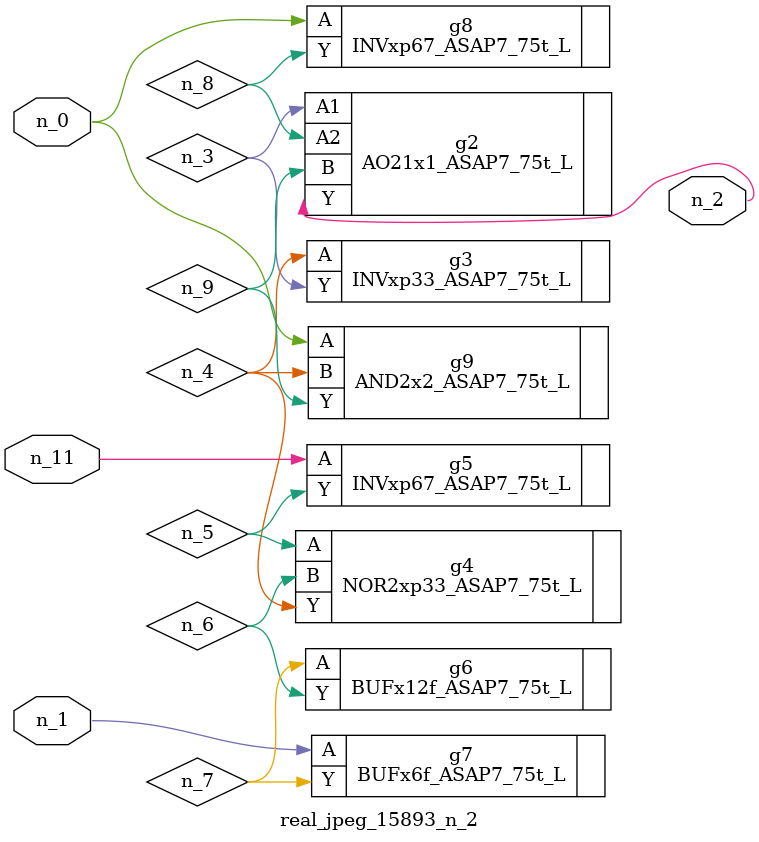
<source format=v>
module real_jpeg_15893_n_2 (n_1, n_11, n_0, n_2);

input n_1;
input n_11;
input n_0;

output n_2;

wire n_5;
wire n_8;
wire n_4;
wire n_6;
wire n_7;
wire n_3;
wire n_9;

INVxp67_ASAP7_75t_L g8 ( 
.A(n_0),
.Y(n_8)
);

AND2x2_ASAP7_75t_L g9 ( 
.A(n_0),
.B(n_4),
.Y(n_9)
);

BUFx6f_ASAP7_75t_L g7 ( 
.A(n_1),
.Y(n_7)
);

AO21x1_ASAP7_75t_L g2 ( 
.A1(n_3),
.A2(n_8),
.B(n_9),
.Y(n_2)
);

INVxp33_ASAP7_75t_L g3 ( 
.A(n_4),
.Y(n_3)
);

NOR2xp33_ASAP7_75t_L g4 ( 
.A(n_5),
.B(n_6),
.Y(n_4)
);

BUFx12f_ASAP7_75t_L g6 ( 
.A(n_7),
.Y(n_6)
);

INVxp67_ASAP7_75t_L g5 ( 
.A(n_11),
.Y(n_5)
);


endmodule
</source>
